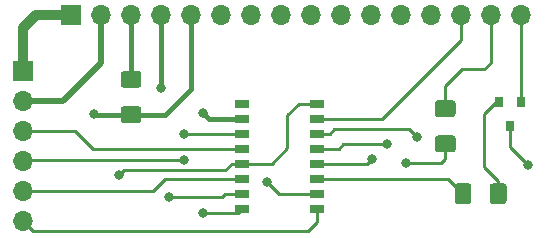
<source format=gbr>
G04 #@! TF.GenerationSoftware,KiCad,Pcbnew,(5.1.6)-1*
G04 #@! TF.CreationDate,2020-10-13T23:31:00+05:30*
G04 #@! TF.ProjectId,SerialShiftLCD,53657269-616c-4536-9869-66744c43442e,rev?*
G04 #@! TF.SameCoordinates,Original*
G04 #@! TF.FileFunction,Copper,L1,Top*
G04 #@! TF.FilePolarity,Positive*
%FSLAX46Y46*%
G04 Gerber Fmt 4.6, Leading zero omitted, Abs format (unit mm)*
G04 Created by KiCad (PCBNEW (5.1.6)-1) date 2020-10-13 23:31:00*
%MOMM*%
%LPD*%
G01*
G04 APERTURE LIST*
G04 #@! TA.AperFunction,ComponentPad*
%ADD10R,1.700000X1.700000*%
G04 #@! TD*
G04 #@! TA.AperFunction,ComponentPad*
%ADD11O,1.700000X1.700000*%
G04 #@! TD*
G04 #@! TA.AperFunction,SMDPad,CuDef*
%ADD12R,0.800000X0.900000*%
G04 #@! TD*
G04 #@! TA.AperFunction,SMDPad,CuDef*
%ADD13R,1.300000X0.800000*%
G04 #@! TD*
G04 #@! TA.AperFunction,ViaPad*
%ADD14C,0.800000*%
G04 #@! TD*
G04 #@! TA.AperFunction,Conductor*
%ADD15C,0.812800*%
G04 #@! TD*
G04 #@! TA.AperFunction,Conductor*
%ADD16C,0.381000*%
G04 #@! TD*
G04 #@! TA.AperFunction,Conductor*
%ADD17C,0.254000*%
G04 #@! TD*
G04 #@! TA.AperFunction,Conductor*
%ADD18C,0.508000*%
G04 #@! TD*
G04 APERTURE END LIST*
D10*
X129857500Y-38227000D03*
D11*
X129857500Y-40767000D03*
X129857500Y-43307000D03*
X129857500Y-45847000D03*
X129857500Y-48387000D03*
X129857500Y-50927000D03*
D10*
X133921500Y-33528000D03*
D11*
X136461500Y-33528000D03*
X139001500Y-33528000D03*
X141541500Y-33528000D03*
X144081500Y-33528000D03*
X146621500Y-33528000D03*
X149161500Y-33528000D03*
X151701500Y-33528000D03*
X154241500Y-33528000D03*
X156781500Y-33528000D03*
X159321500Y-33528000D03*
X161861500Y-33528000D03*
X164401500Y-33528000D03*
X166941500Y-33528000D03*
X169481500Y-33528000D03*
X172021500Y-33528000D03*
D12*
X172019000Y-40910000D03*
X170119000Y-40910000D03*
X171069000Y-42910000D03*
G04 #@! TA.AperFunction,SMDPad,CuDef*
G36*
G01*
X138376500Y-38249500D02*
X139626500Y-38249500D01*
G75*
G02*
X139876500Y-38499500I0J-250000D01*
G01*
X139876500Y-39424500D01*
G75*
G02*
X139626500Y-39674500I-250000J0D01*
G01*
X138376500Y-39674500D01*
G75*
G02*
X138126500Y-39424500I0J250000D01*
G01*
X138126500Y-38499500D01*
G75*
G02*
X138376500Y-38249500I250000J0D01*
G01*
G37*
G04 #@! TD.AperFunction*
G04 #@! TA.AperFunction,SMDPad,CuDef*
G36*
G01*
X138376500Y-41224500D02*
X139626500Y-41224500D01*
G75*
G02*
X139876500Y-41474500I0J-250000D01*
G01*
X139876500Y-42399500D01*
G75*
G02*
X139626500Y-42649500I-250000J0D01*
G01*
X138376500Y-42649500D01*
G75*
G02*
X138126500Y-42399500I0J250000D01*
G01*
X138126500Y-41474500D01*
G75*
G02*
X138376500Y-41224500I250000J0D01*
G01*
G37*
G04 #@! TD.AperFunction*
G04 #@! TA.AperFunction,SMDPad,CuDef*
G36*
G01*
X164983000Y-43701000D02*
X166233000Y-43701000D01*
G75*
G02*
X166483000Y-43951000I0J-250000D01*
G01*
X166483000Y-44876000D01*
G75*
G02*
X166233000Y-45126000I-250000J0D01*
G01*
X164983000Y-45126000D01*
G75*
G02*
X164733000Y-44876000I0J250000D01*
G01*
X164733000Y-43951000D01*
G75*
G02*
X164983000Y-43701000I250000J0D01*
G01*
G37*
G04 #@! TD.AperFunction*
G04 #@! TA.AperFunction,SMDPad,CuDef*
G36*
G01*
X164983000Y-40726000D02*
X166233000Y-40726000D01*
G75*
G02*
X166483000Y-40976000I0J-250000D01*
G01*
X166483000Y-41901000D01*
G75*
G02*
X166233000Y-42151000I-250000J0D01*
G01*
X164983000Y-42151000D01*
G75*
G02*
X164733000Y-41901000I0J250000D01*
G01*
X164733000Y-40976000D01*
G75*
G02*
X164983000Y-40726000I250000J0D01*
G01*
G37*
G04 #@! TD.AperFunction*
G04 #@! TA.AperFunction,SMDPad,CuDef*
G36*
G01*
X170792500Y-48016000D02*
X170792500Y-49266000D01*
G75*
G02*
X170542500Y-49516000I-250000J0D01*
G01*
X169617500Y-49516000D01*
G75*
G02*
X169367500Y-49266000I0J250000D01*
G01*
X169367500Y-48016000D01*
G75*
G02*
X169617500Y-47766000I250000J0D01*
G01*
X170542500Y-47766000D01*
G75*
G02*
X170792500Y-48016000I0J-250000D01*
G01*
G37*
G04 #@! TD.AperFunction*
G04 #@! TA.AperFunction,SMDPad,CuDef*
G36*
G01*
X167817500Y-48016000D02*
X167817500Y-49266000D01*
G75*
G02*
X167567500Y-49516000I-250000J0D01*
G01*
X166642500Y-49516000D01*
G75*
G02*
X166392500Y-49266000I0J250000D01*
G01*
X166392500Y-48016000D01*
G75*
G02*
X166642500Y-47766000I250000J0D01*
G01*
X167567500Y-47766000D01*
G75*
G02*
X167817500Y-48016000I0J-250000D01*
G01*
G37*
G04 #@! TD.AperFunction*
D13*
X154724500Y-49916000D03*
X154724500Y-48636000D03*
X154724500Y-47376000D03*
X154724500Y-46106000D03*
X154724500Y-44826000D03*
X154724500Y-43556000D03*
X154724500Y-42296000D03*
X154724500Y-41016000D03*
X148424500Y-41016000D03*
X148424500Y-42296000D03*
X148424500Y-43556000D03*
X148424500Y-44826000D03*
X148424500Y-46106000D03*
X148424500Y-47376000D03*
X148424500Y-48636000D03*
X148424500Y-49916000D03*
D14*
X135890000Y-41910000D03*
X138023600Y-47040800D03*
X172593000Y-46228000D03*
X145110200Y-41833800D03*
X145110200Y-50292000D03*
X162255200Y-45999400D03*
X143484600Y-43611800D03*
X143484600Y-45796200D03*
X142240000Y-48895000D03*
X141554200Y-39700200D03*
X150495000Y-47625000D03*
X159385000Y-45720000D03*
X160655000Y-44450000D03*
X163195000Y-43815000D03*
D15*
X129857500Y-38227000D02*
X129857500Y-34607500D01*
X130937000Y-33528000D02*
X133921500Y-33528000D01*
X129857500Y-34607500D02*
X130937000Y-33528000D01*
D16*
X139001500Y-41937000D02*
X135917000Y-41937000D01*
X135917000Y-41937000D02*
X135890000Y-41910000D01*
X139976500Y-41937000D02*
X139978100Y-41935400D01*
X139001500Y-41937000D02*
X139976500Y-41937000D01*
X139978100Y-41935400D02*
X141884400Y-41935400D01*
X144081500Y-39738300D02*
X144081500Y-33528000D01*
X141884400Y-41935400D02*
X144081500Y-39738300D01*
D17*
X148424500Y-46106000D02*
X150896400Y-46106000D01*
X150896400Y-46106000D02*
X152247600Y-44754800D01*
X152247600Y-44754800D02*
X152247600Y-41986200D01*
X153217800Y-41016000D02*
X154724500Y-41016000D01*
X152247600Y-41986200D02*
X153217800Y-41016000D01*
X147520500Y-46106000D02*
X146992100Y-46634400D01*
X148424500Y-46106000D02*
X147520500Y-46106000D01*
X146992100Y-46634400D02*
X138430000Y-46634400D01*
X138430000Y-46634400D02*
X138023600Y-47040800D01*
X171069000Y-44704000D02*
X171069000Y-42910000D01*
X172593000Y-46228000D02*
X171069000Y-44704000D01*
D18*
X129857500Y-40767000D02*
X133223000Y-40767000D01*
X136461500Y-37528500D02*
X136461500Y-33528000D01*
X133223000Y-40767000D02*
X136461500Y-37528500D01*
D16*
X145572400Y-42296000D02*
X148424500Y-42296000D01*
X145110200Y-41833800D02*
X145572400Y-42296000D01*
D17*
X148048500Y-50292000D02*
X148424500Y-49916000D01*
X145110200Y-50292000D02*
X148048500Y-50292000D01*
X165608000Y-44413500D02*
X165608000Y-45669200D01*
X165608000Y-45669200D02*
X165277800Y-45999400D01*
X165277800Y-45999400D02*
X162255200Y-45999400D01*
X129857500Y-43307000D02*
X133654800Y-43307000D01*
X135808800Y-44826000D02*
X148424500Y-44826000D01*
X133654800Y-43307000D02*
X134289800Y-43307000D01*
X134289800Y-43307000D02*
X135808800Y-44826000D01*
X148424500Y-43556000D02*
X143540400Y-43556000D01*
X143540400Y-43556000D02*
X143484600Y-43611800D01*
X129908300Y-45796200D02*
X129857500Y-45847000D01*
X143484600Y-45796200D02*
X129908300Y-45796200D01*
X129857500Y-48387000D02*
X140843000Y-48387000D01*
X141854000Y-47376000D02*
X148424500Y-47376000D01*
X140843000Y-48387000D02*
X141854000Y-47376000D01*
D16*
X139001500Y-33528000D02*
X139001500Y-38962000D01*
D17*
X142240000Y-48895000D02*
X146685000Y-48895000D01*
X146944000Y-48636000D02*
X148424500Y-48636000D01*
X146685000Y-48895000D02*
X146944000Y-48636000D01*
D16*
X141541500Y-33528000D02*
X141541500Y-39687500D01*
X141541500Y-39687500D02*
X141554200Y-39700200D01*
D17*
X151506000Y-48636000D02*
X154724500Y-48636000D01*
X150495000Y-47625000D02*
X151506000Y-48636000D01*
X158999000Y-46106000D02*
X159385000Y-45720000D01*
X154724500Y-46106000D02*
X158999000Y-46106000D01*
X154724500Y-44826000D02*
X156586000Y-44826000D01*
X156586000Y-44826000D02*
X156962000Y-44450000D01*
X156962000Y-44450000D02*
X160655000Y-44450000D01*
X163195000Y-43815000D02*
X162560000Y-43180000D01*
X162560000Y-43180000D02*
X156210000Y-43180000D01*
X155834000Y-43556000D02*
X154724500Y-43556000D01*
X156210000Y-43180000D02*
X155834000Y-43556000D01*
X166941500Y-35623500D02*
X166941500Y-33528000D01*
X154724500Y-42296000D02*
X160269000Y-42296000D01*
X160269000Y-42296000D02*
X166941500Y-35623500D01*
X165608000Y-41438500D02*
X165608000Y-39497000D01*
X165608000Y-39497000D02*
X167005000Y-38100000D01*
X167005000Y-38100000D02*
X168910000Y-38100000D01*
X169481500Y-37528500D02*
X169481500Y-33528000D01*
X168910000Y-38100000D02*
X169481500Y-37528500D01*
X172021500Y-40907500D02*
X172019000Y-40910000D01*
X172021500Y-33528000D02*
X172021500Y-40907500D01*
X170119000Y-40910000D02*
X169910000Y-40910000D01*
X169910000Y-40910000D02*
X168910000Y-41910000D01*
X168910000Y-41910000D02*
X168910000Y-46355000D01*
X170080000Y-47525000D02*
X170080000Y-48641000D01*
X168910000Y-46355000D02*
X170080000Y-47525000D01*
X130707499Y-51776999D02*
X153963001Y-51776999D01*
X129857500Y-50927000D02*
X130707499Y-51776999D01*
X154724500Y-51015500D02*
X154724500Y-49916000D01*
X153963001Y-51776999D02*
X154724500Y-51015500D01*
X165840000Y-47376000D02*
X167105000Y-48641000D01*
X154724500Y-47376000D02*
X165840000Y-47376000D01*
M02*

</source>
